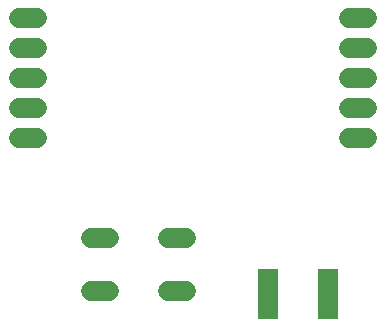
<source format=gbr>
G04 EAGLE Gerber RS-274X export*
G75*
%MOMM*%
%FSLAX34Y34*%
%LPD*%
%INSoldermask Bottom*%
%IPPOS*%
%AMOC8*
5,1,8,0,0,1.08239X$1,22.5*%
G01*
%ADD10C,1.727200*%
%ADD11R,1.727200X4.267200*%


D10*
X322580Y774700D02*
X337820Y774700D01*
X337820Y749300D02*
X322580Y749300D01*
X322580Y723900D02*
X337820Y723900D01*
X337820Y698500D02*
X322580Y698500D01*
X322580Y673100D02*
X337820Y673100D01*
X58420Y673100D02*
X43180Y673100D01*
X43180Y698500D02*
X58420Y698500D01*
X58420Y723900D02*
X43180Y723900D01*
X43180Y749300D02*
X58420Y749300D01*
X58420Y774700D02*
X43180Y774700D01*
X104140Y588518D02*
X119380Y588518D01*
X119380Y543306D02*
X104140Y543306D01*
X169164Y588518D02*
X184404Y588518D01*
X184404Y543306D02*
X169164Y543306D01*
D11*
X254000Y541020D03*
X304800Y541020D03*
M02*

</source>
